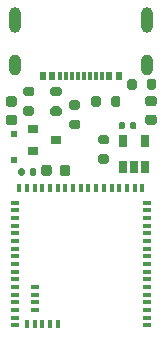
<source format=gtp>
G04 #@! TF.GenerationSoftware,KiCad,Pcbnew,(5.1.10-1-10_14)*
G04 #@! TF.CreationDate,2021-09-18T19:46:59+09:00*
G04 #@! TF.ProjectId,nrfmicro,6e72666d-6963-4726-9f2e-6b696361645f,rev?*
G04 #@! TF.SameCoordinates,Original*
G04 #@! TF.FileFunction,Paste,Top*
G04 #@! TF.FilePolarity,Positive*
%FSLAX46Y46*%
G04 Gerber Fmt 4.6, Leading zero omitted, Abs format (unit mm)*
G04 Created by KiCad (PCBNEW (5.1.10-1-10_14)) date 2021-09-18 19:46:59*
%MOMM*%
%LPD*%
G01*
G04 APERTURE LIST*
%ADD10R,0.900000X0.800000*%
%ADD11R,0.500000X0.500000*%
%ADD12R,0.650000X1.060000*%
%ADD13R,0.800000X0.350000*%
%ADD14R,0.350000X0.800000*%
%ADD15R,0.300000X0.800000*%
%ADD16O,1.000000X2.200000*%
%ADD17O,1.000000X1.800000*%
%ADD18R,0.540000X0.800000*%
G04 APERTURE END LIST*
G36*
G01*
X30273500Y-26937400D02*
X30273500Y-26387400D01*
G75*
G02*
X30473500Y-26187400I200000J0D01*
G01*
X30873500Y-26187400D01*
G75*
G02*
X31073500Y-26387400I0J-200000D01*
G01*
X31073500Y-26937400D01*
G75*
G02*
X30873500Y-27137400I-200000J0D01*
G01*
X30473500Y-27137400D01*
G75*
G02*
X30273500Y-26937400I0J200000D01*
G01*
G37*
G36*
G01*
X28623500Y-26937400D02*
X28623500Y-26387400D01*
G75*
G02*
X28823500Y-26187400I200000J0D01*
G01*
X29223500Y-26187400D01*
G75*
G02*
X29423500Y-26387400I0J-200000D01*
G01*
X29423500Y-26937400D01*
G75*
G02*
X29223500Y-27137400I-200000J0D01*
G01*
X28823500Y-27137400D01*
G75*
G02*
X28623500Y-26937400I0J200000D01*
G01*
G37*
G36*
G01*
X23570300Y-26214600D02*
X23020300Y-26214600D01*
G75*
G02*
X22820300Y-26014600I0J200000D01*
G01*
X22820300Y-25614600D01*
G75*
G02*
X23020300Y-25414600I200000J0D01*
G01*
X23570300Y-25414600D01*
G75*
G02*
X23770300Y-25614600I0J-200000D01*
G01*
X23770300Y-26014600D01*
G75*
G02*
X23570300Y-26214600I-200000J0D01*
G01*
G37*
G36*
G01*
X23570300Y-27864600D02*
X23020300Y-27864600D01*
G75*
G02*
X22820300Y-27664600I0J200000D01*
G01*
X22820300Y-27264600D01*
G75*
G02*
X23020300Y-27064600I200000J0D01*
G01*
X23570300Y-27064600D01*
G75*
G02*
X23770300Y-27264600I0J-200000D01*
G01*
X23770300Y-27664600D01*
G75*
G02*
X23570300Y-27864600I-200000J0D01*
G01*
G37*
G36*
G01*
X26934500Y-28202500D02*
X27484500Y-28202500D01*
G75*
G02*
X27684500Y-28402500I0J-200000D01*
G01*
X27684500Y-28802500D01*
G75*
G02*
X27484500Y-29002500I-200000J0D01*
G01*
X26934500Y-29002500D01*
G75*
G02*
X26734500Y-28802500I0J200000D01*
G01*
X26734500Y-28402500D01*
G75*
G02*
X26934500Y-28202500I200000J0D01*
G01*
G37*
G36*
G01*
X26934500Y-26552500D02*
X27484500Y-26552500D01*
G75*
G02*
X27684500Y-26752500I0J-200000D01*
G01*
X27684500Y-27152500D01*
G75*
G02*
X27484500Y-27352500I-200000J0D01*
G01*
X26934500Y-27352500D01*
G75*
G02*
X26734500Y-27152500I0J200000D01*
G01*
X26734500Y-26752500D01*
G75*
G02*
X26934500Y-26552500I200000J0D01*
G01*
G37*
G36*
G01*
X32441000Y-24929500D02*
X32441000Y-25479500D01*
G75*
G02*
X32241000Y-25679500I-200000J0D01*
G01*
X31841000Y-25679500D01*
G75*
G02*
X31641000Y-25479500I0J200000D01*
G01*
X31641000Y-24929500D01*
G75*
G02*
X31841000Y-24729500I200000J0D01*
G01*
X32241000Y-24729500D01*
G75*
G02*
X32441000Y-24929500I0J-200000D01*
G01*
G37*
G36*
G01*
X34091000Y-24929500D02*
X34091000Y-25479500D01*
G75*
G02*
X33891000Y-25679500I-200000J0D01*
G01*
X33491000Y-25679500D01*
G75*
G02*
X33291000Y-25479500I0J200000D01*
G01*
X33291000Y-24929500D01*
G75*
G02*
X33491000Y-24729500I200000J0D01*
G01*
X33891000Y-24729500D01*
G75*
G02*
X34091000Y-24929500I0J-200000D01*
G01*
G37*
G36*
G01*
X29375400Y-31138700D02*
X29925400Y-31138700D01*
G75*
G02*
X30125400Y-31338700I0J-200000D01*
G01*
X30125400Y-31738700D01*
G75*
G02*
X29925400Y-31938700I-200000J0D01*
G01*
X29375400Y-31938700D01*
G75*
G02*
X29175400Y-31738700I0J200000D01*
G01*
X29175400Y-31338700D01*
G75*
G02*
X29375400Y-31138700I200000J0D01*
G01*
G37*
G36*
G01*
X29375400Y-29488700D02*
X29925400Y-29488700D01*
G75*
G02*
X30125400Y-29688700I0J-200000D01*
G01*
X30125400Y-30088700D01*
G75*
G02*
X29925400Y-30288700I-200000J0D01*
G01*
X29375400Y-30288700D01*
G75*
G02*
X29175400Y-30088700I0J200000D01*
G01*
X29175400Y-29688700D01*
G75*
G02*
X29375400Y-29488700I200000J0D01*
G01*
G37*
G36*
G01*
X25886800Y-26232300D02*
X25336800Y-26232300D01*
G75*
G02*
X25136800Y-26032300I0J200000D01*
G01*
X25136800Y-25632300D01*
G75*
G02*
X25336800Y-25432300I200000J0D01*
G01*
X25886800Y-25432300D01*
G75*
G02*
X26086800Y-25632300I0J-200000D01*
G01*
X26086800Y-26032300D01*
G75*
G02*
X25886800Y-26232300I-200000J0D01*
G01*
G37*
G36*
G01*
X25886800Y-27882300D02*
X25336800Y-27882300D01*
G75*
G02*
X25136800Y-27682300I0J200000D01*
G01*
X25136800Y-27282300D01*
G75*
G02*
X25336800Y-27082300I200000J0D01*
G01*
X25886800Y-27082300D01*
G75*
G02*
X26086800Y-27282300I0J-200000D01*
G01*
X26086800Y-27682300D01*
G75*
G02*
X25886800Y-27882300I-200000J0D01*
G01*
G37*
G36*
G01*
X25954200Y-32750550D02*
X25954200Y-32238050D01*
G75*
G02*
X26172950Y-32019300I218750J0D01*
G01*
X26610450Y-32019300D01*
G75*
G02*
X26829200Y-32238050I0J-218750D01*
G01*
X26829200Y-32750550D01*
G75*
G02*
X26610450Y-32969300I-218750J0D01*
G01*
X26172950Y-32969300D01*
G75*
G02*
X25954200Y-32750550I0J218750D01*
G01*
G37*
G36*
G01*
X24379200Y-32750550D02*
X24379200Y-32238050D01*
G75*
G02*
X24597950Y-32019300I218750J0D01*
G01*
X25035450Y-32019300D01*
G75*
G02*
X25254200Y-32238050I0J-218750D01*
G01*
X25254200Y-32750550D01*
G75*
G02*
X25035450Y-32969300I-218750J0D01*
G01*
X24597950Y-32969300D01*
G75*
G02*
X24379200Y-32750550I0J218750D01*
G01*
G37*
D10*
X25656800Y-29939000D03*
X23656800Y-30889000D03*
X23656800Y-28989000D03*
D11*
X22096400Y-29423200D03*
X22096400Y-31623200D03*
D12*
X31273400Y-30027700D03*
X33173400Y-30027700D03*
X33173400Y-32227700D03*
X32223400Y-32227700D03*
X31273400Y-32227700D03*
G36*
G01*
X33402250Y-27774400D02*
X33914750Y-27774400D01*
G75*
G02*
X34133500Y-27993150I0J-218750D01*
G01*
X34133500Y-28430650D01*
G75*
G02*
X33914750Y-28649400I-218750J0D01*
G01*
X33402250Y-28649400D01*
G75*
G02*
X33183500Y-28430650I0J218750D01*
G01*
X33183500Y-27993150D01*
G75*
G02*
X33402250Y-27774400I218750J0D01*
G01*
G37*
G36*
G01*
X33402250Y-26199400D02*
X33914750Y-26199400D01*
G75*
G02*
X34133500Y-26418150I0J-218750D01*
G01*
X34133500Y-26855650D01*
G75*
G02*
X33914750Y-27074400I-218750J0D01*
G01*
X33402250Y-27074400D01*
G75*
G02*
X33183500Y-26855650I0J218750D01*
G01*
X33183500Y-26418150D01*
G75*
G02*
X33402250Y-26199400I218750J0D01*
G01*
G37*
G36*
G01*
X31872200Y-28869500D02*
X31872200Y-28529500D01*
G75*
G02*
X32012200Y-28389500I140000J0D01*
G01*
X32292200Y-28389500D01*
G75*
G02*
X32432200Y-28529500I0J-140000D01*
G01*
X32432200Y-28869500D01*
G75*
G02*
X32292200Y-29009500I-140000J0D01*
G01*
X32012200Y-29009500D01*
G75*
G02*
X31872200Y-28869500I0J140000D01*
G01*
G37*
G36*
G01*
X30912200Y-28869500D02*
X30912200Y-28529500D01*
G75*
G02*
X31052200Y-28389500I140000J0D01*
G01*
X31332200Y-28389500D01*
G75*
G02*
X31472200Y-28529500I0J-140000D01*
G01*
X31472200Y-28869500D01*
G75*
G02*
X31332200Y-29009500I-140000J0D01*
G01*
X31052200Y-29009500D01*
G75*
G02*
X30912200Y-28869500I0J140000D01*
G01*
G37*
G36*
G01*
X23383600Y-32798900D02*
X23383600Y-32458900D01*
G75*
G02*
X23523600Y-32318900I140000J0D01*
G01*
X23803600Y-32318900D01*
G75*
G02*
X23943600Y-32458900I0J-140000D01*
G01*
X23943600Y-32798900D01*
G75*
G02*
X23803600Y-32938900I-140000J0D01*
G01*
X23523600Y-32938900D01*
G75*
G02*
X23383600Y-32798900I0J140000D01*
G01*
G37*
G36*
G01*
X22423600Y-32798900D02*
X22423600Y-32458900D01*
G75*
G02*
X22563600Y-32318900I140000J0D01*
G01*
X22843600Y-32318900D01*
G75*
G02*
X22983600Y-32458900I0J-140000D01*
G01*
X22983600Y-32798900D01*
G75*
G02*
X22843600Y-32938900I-140000J0D01*
G01*
X22563600Y-32938900D01*
G75*
G02*
X22423600Y-32798900I0J140000D01*
G01*
G37*
D13*
X33320000Y-45619600D03*
X33320000Y-44969600D03*
X33320000Y-44319600D03*
X33320000Y-43669600D03*
X33320000Y-43019600D03*
X33320000Y-42369600D03*
X33320000Y-41719600D03*
X33320000Y-41069600D03*
X33320000Y-40419600D03*
X33320000Y-39769600D03*
X33320000Y-39119600D03*
X33320000Y-38469600D03*
X33320000Y-37819600D03*
X33320000Y-37169600D03*
X33320000Y-36519600D03*
X33320000Y-35869600D03*
X33320000Y-35219600D03*
X22120000Y-35219600D03*
X22120000Y-35869600D03*
X22120000Y-36519600D03*
X22120000Y-37169600D03*
X22120000Y-37819600D03*
X22120000Y-38469600D03*
X22120000Y-39119600D03*
X22120000Y-39769600D03*
X22120000Y-40419600D03*
X22120000Y-41069600D03*
X22120000Y-41719600D03*
X22120000Y-42369600D03*
X22120000Y-43019600D03*
X22120000Y-43669600D03*
X22120000Y-44319600D03*
X22120000Y-44969600D03*
X22120000Y-45619600D03*
D14*
X32920000Y-34019600D03*
X32270000Y-34019600D03*
X31620000Y-34019600D03*
X30970000Y-34019600D03*
X30320000Y-34019600D03*
X29670000Y-34019600D03*
X29020000Y-34019600D03*
X28370000Y-34019600D03*
X27720000Y-34019600D03*
X27070000Y-34019600D03*
X26420000Y-34019600D03*
X25770000Y-34019600D03*
X25120000Y-34019600D03*
X24470000Y-34019600D03*
X23820000Y-34019600D03*
X23170000Y-34019600D03*
X22520000Y-34019600D03*
D13*
X23820000Y-44319600D03*
X23820000Y-43669600D03*
X23820000Y-43019600D03*
X23820000Y-42369600D03*
D14*
X23170000Y-45519600D03*
X23820000Y-45519600D03*
X24470000Y-45519600D03*
X25120000Y-45519600D03*
X25770000Y-45519600D03*
D15*
X29479600Y-24500000D03*
X26471600Y-24500000D03*
D16*
X22146300Y-19800000D03*
X33296900Y-19800000D03*
D17*
X33297200Y-23600000D03*
X22146300Y-23600000D03*
D18*
X24521600Y-24500000D03*
X30921600Y-24500000D03*
X30121600Y-24500000D03*
X25321600Y-24500000D03*
D15*
X26971600Y-24500000D03*
X28471600Y-24500000D03*
X27471600Y-24500000D03*
X27971600Y-24500000D03*
X28971600Y-24500000D03*
X25971600Y-24500000D03*
G36*
G01*
X21578550Y-27792200D02*
X22091050Y-27792200D01*
G75*
G02*
X22309800Y-28010950I0J-218750D01*
G01*
X22309800Y-28448450D01*
G75*
G02*
X22091050Y-28667200I-218750J0D01*
G01*
X21578550Y-28667200D01*
G75*
G02*
X21359800Y-28448450I0J218750D01*
G01*
X21359800Y-28010950D01*
G75*
G02*
X21578550Y-27792200I218750J0D01*
G01*
G37*
G36*
G01*
X21578550Y-26217200D02*
X22091050Y-26217200D01*
G75*
G02*
X22309800Y-26435950I0J-218750D01*
G01*
X22309800Y-26873450D01*
G75*
G02*
X22091050Y-27092200I-218750J0D01*
G01*
X21578550Y-27092200D01*
G75*
G02*
X21359800Y-26873450I0J218750D01*
G01*
X21359800Y-26435950D01*
G75*
G02*
X21578550Y-26217200I218750J0D01*
G01*
G37*
M02*

</source>
